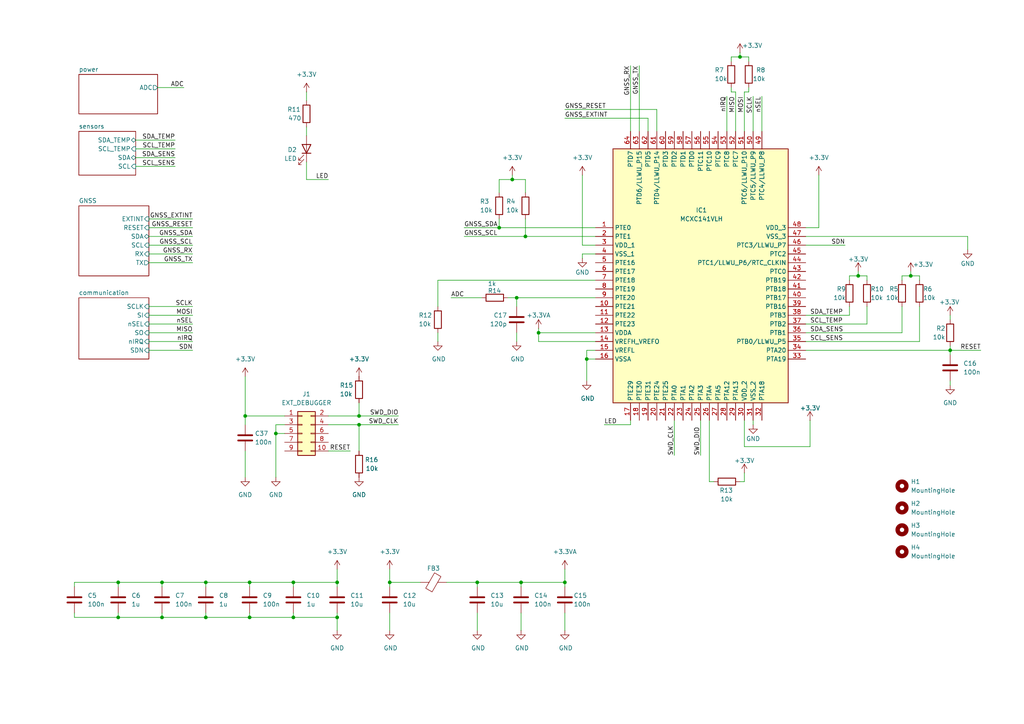
<source format=kicad_sch>
(kicad_sch (version 20231120) (generator "eeschema") (generator_version "8.0")
  (paper "A4")
  (title_block (title "MCU") (date "2025-01-03") (company "Vojtech Piroch"))
  (lib_symbols
    (symbol "Connector_Generic:Conn_02x05_Odd_Even" (pin_names (offset 1.016) hide)
      (property "Reference" "J" (at 1.27 7.62 0))
      (property "Value" "Conn_02x05_Odd_Even" (at 1.27 -7.62 0))
      (symbol "Conn_02x05_Odd_Even_1_1"
        (rectangle (start -1.27 -4.953) (end 0 -5.207) (stroke (width 0.1524)))
        (rectangle (start -1.27 -2.413) (end 0 -2.667) (stroke (width 0.1524)))
        (rectangle (start -1.27 0.127) (end 0 -0.127) (stroke (width 0.1524)))
        (rectangle (start -1.27 2.667) (end 0 2.413) (stroke (width 0.1524)))
        (rectangle (start -1.27 5.207) (end 0 4.953) (stroke (width 0.1524)))
        (rectangle (start -1.27 6.35) (end 3.81 -6.35) (stroke (width 0.254)) (fill (type background)))
        (rectangle (start 3.81 -4.953) (end 2.54 -5.207) (stroke (width 0.1524)))
        (rectangle (start 3.81 -2.413) (end 2.54 -2.667) (stroke (width 0.1524)))
        (rectangle (start 3.81 0.127) (end 2.54 -0.127) (stroke (width 0.1524)))
        (rectangle (start 3.81 2.667) (end 2.54 2.413) (stroke (width 0.1524)))
        (rectangle (start 3.81 5.207) (end 2.54 4.953) (stroke (width 0.1524)))
        (pin passive line (at -5.08 5.08 0) (length 3.81) (name "Pin_1") (number "1"))
        (pin passive line (at 7.62 -5.08 180) (length 3.81) (name "Pin_10") (number "10"))
        (pin passive line (at 7.62 5.08 180) (length 3.81) (name "Pin_2") (number "2"))
        (pin passive line (at -5.08 2.54 0) (length 3.81) (name "Pin_3") (number "3"))
        (pin passive line (at 7.62 2.54 180) (length 3.81) (name "Pin_4") (number "4"))
        (pin passive line (at -5.08 0 0) (length 3.81) (name "Pin_5") (number "5"))
        (pin passive line (at 7.62 0 180) (length 3.81) (name "Pin_6") (number "6"))
        (pin passive line (at -5.08 -2.54 0) (length 3.81) (name "Pin_7") (number "7"))
        (pin passive line (at 7.62 -2.54 180) (length 3.81) (name "Pin_8") (number "8"))
        (pin passive line (at -5.08 -5.08 0) (length 3.81) (name "Pin_9") (number "9"))
      )
    )
    (symbol "Device:C" (pin_numbers hide) (pin_names (offset 0.254))
      (property "Reference" "C" (at 0.635 2.54 0))
      (property "Value" "C" (at 0.635 -2.54 0))
      (symbol "C_0_1"
        (polyline (pts (xy -2.032 -0.762) (xy 2.032 -0.762)) (stroke (width 0.508)))
        (polyline (pts (xy -2.032 0.762) (xy 2.032 0.762)) (stroke (width 0.508)))
      )
      (symbol "C_1_1"
        (pin passive line (at 0 3.81 270) (length 2.794) (name "~") (number "1"))
        (pin passive line (at 0 -3.81 90) (length 2.794) (name "~") (number "2"))
      )
    )
    (symbol "Device:FerriteBead" (pin_numbers hide) (pin_names (offset 0))
      (property "Reference" "FB" (at -3.81 0.635 90))
      (property "Value" "FerriteBead" (at 3.81 0 90))
      (symbol "FerriteBead_0_1"
        (polyline (pts (xy 0 -1.27) (xy 0 -1.2192)))
        (polyline (pts (xy 0 1.27) (xy 0 1.2954)))
        (polyline (pts (xy -2.7686 0.4064) (xy -1.7018 2.2606) (xy 2.7686 -0.3048) (xy 1.6764 -2.159) (xy -2.7686 0.4064)))
      )
      (symbol "FerriteBead_1_1"
        (pin passive line (at 0 3.81 270) (length 2.54) (name "~") (number "1"))
        (pin passive line (at 0 -3.81 90) (length 2.54) (name "~") (number "2"))
      )
    )
    (symbol "Device:LED" (pin_numbers hide) (pin_names (offset 1.016) hide)
      (property "Reference" "D" (at 0 2.54 0))
      (property "Value" "LED" (at 0 -2.54 0))
      (symbol "LED_0_1"
        (polyline (pts (xy -1.27 -1.27) (xy -1.27 1.27)) (stroke (width 0.254)))
        (polyline (pts (xy -1.27 0) (xy 1.27 0)))
        (polyline (pts (xy 1.27 -1.27) (xy 1.27 1.27) (xy -1.27 0) (xy 1.27 -1.27)) (stroke (width 0.254)))
        (polyline (pts (xy -3.048 -0.762) (xy -4.572 -2.286) (xy -3.81 -2.286) (xy -4.572 -2.286) (xy -4.572 -1.524)))
        (polyline (pts (xy -1.778 -0.762) (xy -3.302 -2.286) (xy -2.54 -2.286) (xy -3.302 -2.286) (xy -3.302 -1.524)))
      )
      (symbol "LED_1_1"
        (pin passive line (at -3.81 0 0) (length 2.54) (name "K") (number "1"))
        (pin passive line (at 3.81 0 180) (length 2.54) (name "A") (number "2"))
      )
    )
    (symbol "Device:R" (pin_numbers hide) (pin_names (offset 0))
      (property "Reference" "R" (at 2.032 0 90))
      (property "Value" "R" (at 0 0 90))
      (symbol "R_0_1"
        (rectangle (start -1.016 -2.54) (end 1.016 2.54) (stroke (width 0.254)))
      )
      (symbol "R_1_1"
        (pin passive line (at 0 3.81 270) (length 1.27) (name "~") (number "1"))
        (pin passive line (at 0 -3.81 90) (length 1.27) (name "~") (number "2"))
      )
    )
    (symbol "Library:MCXC141VLH"
      (property "Reference" "IC" (at 57.15 27.94 0))
      (property "Value" "MCXC141VLH" (at 57.15 25.4 0))
      (symbol "MCXC141VLH_1_1"
        (rectangle (start 5.08 22.86) (end 55.88 -50.8) (stroke (width 0.254)) (fill (type background)))
        (pin passive line (at 0 0 0) (length 5.08) (name "PTE0") (number "1"))
        (pin passive line (at 0 -22.86 0) (length 5.08) (name "PTE21") (number "10"))
        (pin passive line (at 0 -25.4 0) (length 5.08) (name "PTE22") (number "11"))
        (pin passive line (at 0 -27.94 0) (length 5.08) (name "PTE23") (number "12"))
        (pin passive line (at 0 -30.48 0) (length 5.08) (name "VDDA") (number "13"))
        (pin passive line (at 0 -33.02 0) (length 5.08) (name "VREFH_VREFO") (number "14"))
        (pin passive line (at 0 -35.56 0) (length 5.08) (name "VREFL") (number "15"))
        (pin passive line (at 0 -38.1 0) (length 5.08) (name "VSSA") (number "16"))
        (pin passive line (at 10.16 -55.88 90) (length 5.08) (name "PTE29") (number "17"))
        (pin passive line (at 12.7 -55.88 90) (length 5.08) (name "PTE30") (number "18"))
        (pin passive line (at 15.24 -55.88 90) (length 5.08) (name "PTE31") (number "19"))
        (pin passive line (at 0 -2.54 0) (length 5.08) (name "PTE1") (number "2"))
        (pin passive line (at 17.78 -55.88 90) (length 5.08) (name "PTE24") (number "20"))
        (pin passive line (at 20.32 -55.88 90) (length 5.08) (name "PTE25") (number "21"))
        (pin passive line (at 22.86 -55.88 90) (length 5.08) (name "PTA0") (number "22"))
        (pin passive line (at 25.4 -55.88 90) (length 5.08) (name "PTA1") (number "23"))
        (pin passive line (at 27.94 -55.88 90) (length 5.08) (name "PTA2") (number "24"))
        (pin passive line (at 30.48 -55.88 90) (length 5.08) (name "PTA3") (number "25"))
        (pin passive line (at 33.02 -55.88 90) (length 5.08) (name "PTA4") (number "26"))
        (pin passive line (at 35.56 -55.88 90) (length 5.08) (name "PTA5") (number "27"))
        (pin passive line (at 38.1 -55.88 90) (length 5.08) (name "PTA12") (number "28"))
        (pin passive line (at 40.64 -55.88 90) (length 5.08) (name "PTA13") (number "29"))
        (pin passive line (at 0 -5.08 0) (length 5.08) (name "VDD_1") (number "3"))
        (pin passive line (at 43.18 -55.88 90) (length 5.08) (name "VDD_2") (number "30"))
        (pin passive line (at 45.72 -55.88 90) (length 5.08) (name "VSS_2") (number "31"))
        (pin passive line (at 48.26 -55.88 90) (length 5.08) (name "PTA18") (number "32"))
        (pin passive line (at 60.96 -38.1 180) (length 5.08) (name "PTA19") (number "33"))
        (pin passive line (at 60.96 -35.56 180) (length 5.08) (name "PTA20") (number "34"))
        (pin passive line (at 60.96 -33.02 180) (length 5.08) (name "PTB0/LLWU_P5") (number "35"))
        (pin passive line (at 60.96 -30.48 180) (length 5.08) (name "PTB1") (number "36"))
        (pin passive line (at 60.96 -27.94 180) (length 5.08) (name "PTB2") (number "37"))
        (pin passive line (at 60.96 -25.4 180) (length 5.08) (name "PTB3") (number "38"))
        (pin passive line (at 60.96 -22.86 180) (length 5.08) (name "PTB16") (number "39"))
        (pin passive line (at 0 -7.62 0) (length 5.08) (name "VSS_1") (number "4"))
        (pin passive line (at 60.96 -20.32 180) (length 5.08) (name "PTB17") (number "40"))
        (pin passive line (at 60.96 -17.78 180) (length 5.08) (name "PTB18") (number "41"))
        (pin passive line (at 60.96 -15.24 180) (length 5.08) (name "PTB19") (number "42"))
        (pin passive line (at 60.96 -12.7 180) (length 5.08) (name "PTC0") (number "43"))
        (pin passive line (at 60.96 -10.16 180) (length 5.08) (name "PTC1/LLWU_P6/RTC_CLKIN") (number "44"))
        (pin passive line (at 60.96 -7.62 180) (length 5.08) (name "PTC2") (number "45"))
        (pin passive line (at 60.96 -5.08 180) (length 5.08) (name "PTC3/LLWU_P7") (number "46"))
        (pin passive line (at 60.96 -2.54 180) (length 5.08) (name "VSS_3") (number "47"))
        (pin passive line (at 60.96 0 180) (length 5.08) (name "VDD_3") (number "48"))
        (pin passive line (at 48.26 27.94 270) (length 5.08) (name "PTC4/LLWU_P8") (number "49"))
        (pin passive line (at 0 -10.16 0) (length 5.08) (name "PTE16") (number "5"))
        (pin passive line (at 45.72 27.94 270) (length 5.08) (name "PTC5/LLWU_P9") (number "50"))
        (pin passive line (at 43.18 27.94 270) (length 5.08) (name "PTC6/LLWU_P10") (number "51"))
        (pin passive line (at 40.64 27.94 270) (length 5.08) (name "PTC7") (number "52"))
        (pin passive line (at 38.1 27.94 270) (length 5.08) (name "PTC8") (number "53"))
        (pin passive line (at 35.56 27.94 270) (length 5.08) (name "PTC9") (number "54"))
        (pin passive line (at 33.02 27.94 270) (length 5.08) (name "PTC10") (number "55"))
        (pin passive line (at 30.48 27.94 270) (length 5.08) (name "PTC11") (number "56"))
        (pin passive line (at 27.94 27.94 270) (length 5.08) (name "PTD0") (number "57"))
        (pin passive line (at 25.4 27.94 270) (length 5.08) (name "PTD1") (number "58"))
        (pin passive line (at 22.86 27.94 270) (length 5.08) (name "PTD2") (number "59"))
        (pin passive line (at 0 -12.7 0) (length 5.08) (name "PTE17") (number "6"))
        (pin passive line (at 20.32 27.94 270) (length 5.08) (name "PTD3") (number "60"))
        (pin passive line (at 17.78 27.94 270) (length 5.08) (name "PTD4/LLWU_P14") (number "61"))
        (pin passive line (at 15.24 27.94 270) (length 5.08) (name "PTD5") (number "62"))
        (pin passive line (at 12.7 27.94 270) (length 5.08) (name "PTD6/LLWU_P15") (number "63"))
        (pin passive line (at 10.16 27.94 270) (length 5.08) (name "PTD7") (number "64"))
        (pin passive line (at 0 -15.24 0) (length 5.08) (name "PTE18") (number "7"))
        (pin passive line (at 0 -17.78 0) (length 5.08) (name "PTE19") (number "8"))
        (pin passive line (at 0 -20.32 0) (length 5.08) (name "PTE20") (number "9"))
      )
    )
    (symbol "Mechanical:MountingHole" (pin_names (offset 1.016)) (exclude_from_sim yes) (in_bom no)
      (property "Reference" "H" (at 0 5.08 0))
      (property "Value" "MountingHole" (at 0 3.175 0))
      (symbol "MountingHole_0_1"
        (circle (center 0 0) (radius 1.27) (stroke (width 1.27)))
      )
    )
    (symbol "power:+3.3V" (power) (pin_numbers hide) (pin_names (offset 0) hide)
      (property "Value" "+3.3V" (at 0 3.556 0))
      (symbol "+3.3V_0_1"
        (polyline (pts (xy -0.762 1.27) (xy 0 2.54)))
        (polyline (pts (xy 0 0) (xy 0 2.54)))
        (polyline (pts (xy 0 2.54) (xy 0.762 1.27)))
      )
      (symbol "+3.3V_1_1"
        (pin power_in line (at 0 0 90) (length 0) (name "~") (number "1"))
      )
    )
    (symbol "power:+3.3VA" (power) (pin_numbers hide) (pin_names (offset 0) hide)
      (property "Value" "+3.3VA" (at 0 3.556 0))
      (symbol "+3.3VA_0_1"
        (polyline (pts (xy -0.762 1.27) (xy 0 2.54)))
        (polyline (pts (xy 0 0) (xy 0 2.54)))
        (polyline (pts (xy 0 2.54) (xy 0.762 1.27)))
      )
      (symbol "+3.3VA_1_1"
        (pin power_in line (at 0 0 90) (length 0) (name "~") (number "1"))
      )
    )
    (symbol "power:GND" (power) (pin_numbers hide) (pin_names (offset 0) hide)
      (property "Value" "GND" (at 0 -3.81 0))
      (symbol "GND_0_1"
        (polyline (pts (xy 0 0) (xy 0 -1.27) (xy 1.27 -1.27) (xy 0 -2.54) (xy -1.27 -1.27) (xy 0 -1.27)))
      )
      (symbol "GND_1_1"
        (pin power_in line (at 0 0 270) (length 0) (name "~") (number "1"))
      )
    )
  )
  (junction (at 144.78 66.04))
  (junction (at 85.09 168.91))
  (junction (at 72.39 179.07))
  (junction (at 46.99 179.07))
  (junction (at 113.03 168.91))
  (junction (at 214.63 16.51))
  (junction (at 152.4 68.58))
  (junction (at 156.21 96.52))
  (junction (at 34.29 179.07))
  (junction (at 151.13 168.91))
  (junction (at 248.92 80.01))
  (junction (at 104.14 123.19))
  (junction (at 97.79 168.91))
  (junction (at 163.83 168.91))
  (junction (at 148.59 52.07))
  (junction (at 170.18 104.14))
  (junction (at 59.69 168.91))
  (junction (at 71.12 120.65))
  (junction (at 59.69 179.07))
  (junction (at 85.09 179.07))
  (junction (at 34.29 168.91))
  (junction (at 97.79 179.07))
  (junction (at 149.86 86.36))
  (junction (at 264.16 80.01))
  (junction (at 104.14 120.65))
  (junction (at 275.59 101.6))
  (junction (at 138.43 168.91))
  (junction (at 80.01 125.73))
  (junction (at 46.99 168.91))
  (junction (at 72.39 168.91))
  (wire (pts (xy 129.54 168.91) (xy 138.43 168.91)))
  (wire (pts (xy 21.59 179.07) (xy 34.29 179.07)))
  (wire (pts (xy 275.59 101.6) (xy 275.59 102.87)))
  (wire (pts (xy 71.12 130.81) (xy 71.12 138.43)))
  (wire (pts (xy 275.59 91.44) (xy 275.59 92.71)))
  (wire (pts (xy 72.39 179.07) (xy 59.69 179.07)))
  (wire (pts (xy 151.13 170.18) (xy 151.13 168.91)))
  (wire (pts (xy 85.09 168.91) (xy 72.39 168.91)))
  (wire (pts (xy 213.36 26.67) (xy 213.36 38.1)))
  (wire (pts (xy 190.5 31.75) (xy 190.5 38.1)))
  (wire (pts (xy 205.74 139.7) (xy 205.74 121.92)))
  (wire (pts (xy 233.68 68.58) (xy 280.67 68.58)))
  (wire (pts (xy 170.18 104.14) (xy 172.72 104.14)))
  (wire (pts (xy 246.38 91.44) (xy 233.68 91.44)))
  (wire (pts (xy 212.09 25.4) (xy 212.09 26.67)))
  (wire (pts (xy 156.21 95.25) (xy 156.21 96.52)))
  (wire (pts (xy 134.62 66.04) (xy 144.78 66.04)))
  (wire (pts (xy 34.29 168.91) (xy 21.59 168.91)))
  (wire (pts (xy 212.09 26.67) (xy 213.36 26.67)))
  (wire (pts (xy 261.62 88.9) (xy 261.62 96.52)))
  (wire (pts (xy 127 96.52) (xy 127 99.06)))
  (wire (pts (xy 95.25 120.65) (xy 104.14 120.65)))
  (wire (pts (xy 85.09 179.07) (xy 97.79 179.07)))
  (wire (pts (xy 72.39 168.91) (xy 72.39 170.18)))
  (wire (pts (xy 148.59 50.8) (xy 148.59 52.07)))
  (wire (pts (xy 212.09 16.51) (xy 212.09 17.78)))
  (wire (pts (xy 170.18 101.6) (xy 170.18 104.14)))
  (wire (pts (xy 144.78 52.07) (xy 148.59 52.07)))
  (wire (pts (xy 215.9 137.16) (xy 215.9 139.7)))
  (wire (pts (xy 151.13 177.8) (xy 151.13 182.88)))
  (wire (pts (xy 46.99 168.91) (xy 46.99 170.18)))
  (wire (pts (xy 264.16 78.74) (xy 264.16 80.01)))
  (wire (pts (xy 113.03 170.18) (xy 113.03 168.91)))
  (wire (pts (xy 152.4 52.07) (xy 148.59 52.07)))
  (wire (pts (xy 80.01 125.73) (xy 80.01 138.43)))
  (wire (pts (xy 168.91 71.12) (xy 172.72 71.12)))
  (wire (pts (xy 163.83 165.1) (xy 163.83 168.91)))
  (wire (pts (xy 43.18 66.04) (xy 55.88 66.04)))
  (wire (pts (xy 218.44 121.92) (xy 218.44 123.19)))
  (wire (pts (xy 71.12 120.65) (xy 82.55 120.65)))
  (wire (pts (xy 34.29 168.91) (xy 34.29 170.18)))
  (wire (pts (xy 43.18 99.06) (xy 55.88 99.06)))
  (wire (pts (xy 172.72 73.66) (xy 168.91 73.66)))
  (wire (pts (xy 104.14 123.19) (xy 115.57 123.19)))
  (wire (pts (xy 134.62 68.58) (xy 152.4 68.58)))
  (wire (pts (xy 34.29 177.8) (xy 34.29 179.07)))
  (wire (pts (xy 113.03 165.1) (xy 113.03 168.91)))
  (wire (pts (xy 172.72 101.6) (xy 170.18 101.6)))
  (wire (pts (xy 214.63 16.51) (xy 217.17 16.51)))
  (wire (pts (xy 39.37 40.64) (xy 50.8 40.64)))
  (wire (pts (xy 88.9 36.83) (xy 88.9 39.37)))
  (wire (pts (xy 88.9 26.67) (xy 88.9 29.21)))
  (wire (pts (xy 251.46 93.98) (xy 233.68 93.98)))
  (wire (pts (xy 104.14 123.19) (xy 104.14 130.81)))
  (wire (pts (xy 43.18 73.66) (xy 55.88 73.66)))
  (wire (pts (xy 59.69 168.91) (xy 59.69 170.18)))
  (wire (pts (xy 149.86 86.36) (xy 149.86 88.9)))
  (wire (pts (xy 195.58 121.92) (xy 195.58 132.08)))
  (wire (pts (xy 149.86 96.52) (xy 149.86 99.06)))
  (wire (pts (xy 80.01 123.19) (xy 80.01 125.73)))
  (wire (pts (xy 43.18 93.98) (xy 55.88 93.98)))
  (wire (pts (xy 34.29 168.91) (xy 46.99 168.91)))
  (wire (pts (xy 156.21 96.52) (xy 172.72 96.52)))
  (wire (pts (xy 97.79 170.18) (xy 97.79 168.91)))
  (wire (pts (xy 43.18 101.6) (xy 55.88 101.6)))
  (wire (pts (xy 104.14 120.65) (xy 115.57 120.65)))
  (wire (pts (xy 251.46 88.9) (xy 251.46 93.98)))
  (wire (pts (xy 233.68 99.06) (xy 266.7 99.06)))
  (wire (pts (xy 97.79 177.8) (xy 97.79 179.07)))
  (wire (pts (xy 248.92 80.01) (xy 251.46 80.01)))
  (wire (pts (xy 248.92 78.74) (xy 248.92 80.01)))
  (wire (pts (xy 163.83 168.91) (xy 151.13 168.91)))
  (wire (pts (xy 88.9 46.99) (xy 88.9 52.07)))
  (wire (pts (xy 72.39 168.91) (xy 59.69 168.91)))
  (wire (pts (xy 261.62 80.01) (xy 264.16 80.01)))
  (wire (pts (xy 156.21 99.06) (xy 172.72 99.06)))
  (wire (pts (xy 82.55 123.19) (xy 80.01 123.19)))
  (wire (pts (xy 185.42 19.05) (xy 185.42 38.1)))
  (wire (pts (xy 85.09 168.91) (xy 85.09 170.18)))
  (wire (pts (xy 43.18 71.12) (xy 55.88 71.12)))
  (wire (pts (xy 95.25 123.19) (xy 104.14 123.19)))
  (wire (pts (xy 246.38 80.01) (xy 246.38 81.28)))
  (wire (pts (xy 43.18 68.58) (xy 55.88 68.58)))
  (wire (pts (xy 127 81.28) (xy 127 88.9)))
  (wire (pts (xy 246.38 88.9) (xy 246.38 91.44)))
  (wire (pts (xy 237.49 66.04) (xy 233.68 66.04)))
  (wire (pts (xy 43.18 88.9) (xy 55.88 88.9)))
  (wire (pts (xy 39.37 48.26) (xy 50.8 48.26)))
  (wire (pts (xy 246.38 80.01) (xy 248.92 80.01)))
  (wire (pts (xy 237.49 50.8) (xy 237.49 66.04)))
  (wire (pts (xy 172.72 81.28) (xy 127 81.28)))
  (wire (pts (xy 59.69 177.8) (xy 59.69 179.07)))
  (wire (pts (xy 72.39 177.8) (xy 72.39 179.07)))
  (wire (pts (xy 71.12 120.65) (xy 71.12 123.19)))
  (wire (pts (xy 261.62 81.28) (xy 261.62 80.01)))
  (wire (pts (xy 97.79 179.07) (xy 97.79 182.88)))
  (wire (pts (xy 220.98 27.94) (xy 220.98 38.1)))
  (wire (pts (xy 152.4 68.58) (xy 172.72 68.58)))
  (wire (pts (xy 266.7 81.28) (xy 266.7 80.01)))
  (wire (pts (xy 215.9 129.54) (xy 234.95 129.54)))
  (wire (pts (xy 95.25 130.81) (xy 101.6 130.81)))
  (wire (pts (xy 39.37 43.18) (xy 50.8 43.18)))
  (wire (pts (xy 97.79 168.91) (xy 85.09 168.91)))
  (wire (pts (xy 21.59 177.8) (xy 21.59 179.07)))
  (wire (pts (xy 97.79 165.1) (xy 97.79 168.91)))
  (wire (pts (xy 59.69 179.07) (xy 46.99 179.07)))
  (wire (pts (xy 217.17 26.67) (xy 215.9 26.67)))
  (wire (pts (xy 163.83 31.75) (xy 190.5 31.75)))
  (wire (pts (xy 72.39 179.07) (xy 85.09 179.07)))
  (wire (pts (xy 275.59 110.49) (xy 275.59 111.76)))
  (wire (pts (xy 43.18 91.44) (xy 55.88 91.44)))
  (wire (pts (xy 182.88 19.05) (xy 182.88 38.1)))
  (wire (pts (xy 275.59 100.33) (xy 275.59 101.6)))
  (wire (pts (xy 203.2 121.92) (xy 203.2 132.08)))
  (wire (pts (xy 280.67 68.58) (xy 280.67 72.39)))
  (wire (pts (xy 46.99 177.8) (xy 46.99 179.07)))
  (wire (pts (xy 182.88 121.92) (xy 182.88 123.19)))
  (wire (pts (xy 215.9 26.67) (xy 215.9 38.1)))
  (wire (pts (xy 113.03 168.91) (xy 121.92 168.91)))
  (wire (pts (xy 175.26 123.19) (xy 182.88 123.19)))
  (wire (pts (xy 138.43 177.8) (xy 138.43 182.88)))
  (wire (pts (xy 138.43 168.91) (xy 138.43 170.18)))
  (wire (pts (xy 207.01 139.7) (xy 205.74 139.7)))
  (wire (pts (xy 39.37 45.72) (xy 50.8 45.72)))
  (wire (pts (xy 152.4 55.88) (xy 152.4 52.07)))
  (wire (pts (xy 251.46 81.28) (xy 251.46 80.01)))
  (wire (pts (xy 215.9 139.7) (xy 214.63 139.7)))
  (wire (pts (xy 104.14 116.84) (xy 104.14 120.65)))
  (wire (pts (xy 266.7 99.06) (xy 266.7 88.9)))
  (wire (pts (xy 130.81 86.36) (xy 139.7 86.36)))
  (wire (pts (xy 85.09 179.07) (xy 85.09 177.8)))
  (wire (pts (xy 163.83 177.8) (xy 163.83 182.88)))
  (wire (pts (xy 264.16 80.01) (xy 266.7 80.01)))
  (wire (pts (xy 59.69 168.91) (xy 46.99 168.91)))
  (wire (pts (xy 275.59 101.6) (xy 284.48 101.6)))
  (wire (pts (xy 21.59 170.18) (xy 21.59 168.91)))
  (wire (pts (xy 212.09 16.51) (xy 214.63 16.51)))
  (wire (pts (xy 45.72 25.4) (xy 53.34 25.4)))
  (wire (pts (xy 218.44 27.94) (xy 218.44 38.1)))
  (wire (pts (xy 43.18 76.2) (xy 55.88 76.2)))
  (wire (pts (xy 88.9 52.07) (xy 95.25 52.07)))
  (wire (pts (xy 261.62 96.52) (xy 233.68 96.52)))
  (wire (pts (xy 147.32 86.36) (xy 149.86 86.36)))
  (wire (pts (xy 43.18 63.5) (xy 55.88 63.5)))
  (wire (pts (xy 233.68 101.6) (xy 275.59 101.6)))
  (wire (pts (xy 113.03 177.8) (xy 113.03 182.88)))
  (wire (pts (xy 210.82 27.94) (xy 210.82 38.1)))
  (wire (pts (xy 144.78 63.5) (xy 144.78 66.04)))
  (wire (pts (xy 234.95 121.92) (xy 234.95 129.54)))
  (wire (pts (xy 217.17 17.78) (xy 217.17 16.51)))
  (wire (pts (xy 149.86 86.36) (xy 172.72 86.36)))
  (wire (pts (xy 214.63 15.24) (xy 214.63 16.51)))
  (wire (pts (xy 163.83 34.29) (xy 187.96 34.29)))
  (wire (pts (xy 82.55 125.73) (xy 80.01 125.73)))
  (wire (pts (xy 46.99 179.07) (xy 34.29 179.07)))
  (wire (pts (xy 71.12 109.22) (xy 71.12 120.65)))
  (wire (pts (xy 144.78 66.04) (xy 172.72 66.04)))
  (wire (pts (xy 215.9 121.92) (xy 215.9 129.54)))
  (wire (pts (xy 138.43 168.91) (xy 151.13 168.91)))
  (wire (pts (xy 152.4 63.5) (xy 152.4 68.58)))
  (wire (pts (xy 168.91 73.66) (xy 168.91 74.93)))
  (wire (pts (xy 170.18 104.14) (xy 170.18 110.49)))
  (wire (pts (xy 43.18 96.52) (xy 55.88 96.52)))
  (wire (pts (xy 163.83 170.18) (xy 163.83 168.91)))
  (wire (pts (xy 156.21 99.06) (xy 156.21 96.52)))
  (wire (pts (xy 217.17 25.4) (xy 217.17 26.67)))
  (wire (pts (xy 245.11 71.12) (xy 233.68 71.12)))
  (wire (pts (xy 168.91 50.8) (xy 168.91 71.12)))
  (wire (pts (xy 144.78 55.88) (xy 144.78 52.07)))
  (wire (pts (xy 187.96 34.29) (xy 187.96 38.1)))
  (label "nIRQ" (at 210.82 27.94 270))
  (label "SWD_DIO" (at 203.2 132.08 90))
  (label "MOSI" (at 55.88 91.44 180))
  (label "ADC" (at 130.81 86.36 0))
  (label "GNSS_EXTINT" (at 163.83 34.29 0))
  (label "SCLK" (at 55.88 88.9 180))
  (label "nSEL" (at 55.88 93.98 180))
  (label "SDN" (at 245.11 71.12 180))
  (label "nIRQ" (at 55.88 99.06 180))
  (label "LED" (at 95.25 52.07 180))
  (label "MISO" (at 55.88 96.52 180))
  (label "SCL_TEMP" (at 50.8 43.18 180))
  (label "MOSI" (at 215.9 27.94 270))
  (label "GNSS_SDA" (at 134.62 66.04 0))
  (label "GNSS_RESET" (at 163.83 31.75 0))
  (label "SDA_SENS" (at 234.95 96.52 0))
  (label "GNSS_SCL" (at 134.62 68.58 0))
  (label "SWD_CLK" (at 115.57 123.19 180))
  (label "nSEL" (at 220.98 27.94 270))
  (label "SDA_TEMP" (at 234.95 91.44 0))
  (label "GNSS_TX" (at 55.88 76.2 180))
  (label "SCL_SENS" (at 50.8 48.26 180))
  (label "LED" (at 175.26 123.19 0))
  (label "ADC" (at 53.34 25.4 180))
  (label "SWD_CLK" (at 195.58 132.08 90))
  (label "SWD_DIO" (at 115.57 120.65 180))
  (label "RESET" (at 284.48 101.6 180))
  (label "SDN" (at 55.88 101.6 180))
  (label "GNSS_SCL" (at 55.88 71.12 180))
  (label "MISO" (at 213.36 27.94 270))
  (label "SDA_TEMP" (at 50.8 40.64 180))
  (label "SDA_SENS" (at 50.8 45.72 180))
  (label "GNSS_TX" (at 185.42 19.05 270))
  (label "SCL_TEMP" (at 234.95 93.98 0))
  (label "RESET" (at 101.6 130.81 180))
  (label "GNSS_SDA" (at 55.88 68.58 180))
  (label "GNSS_RX" (at 55.88 73.66 180))
  (label "SCLK" (at 218.44 27.94 270))
  (label "GNSS_RX" (at 182.88 19.05 270))
  (label "GNSS_RESET" (at 55.88 66.04 180))
  (label "GNSS_EXTINT" (at 55.88 63.5 180))
  (label "SCL_SENS" (at 234.95 99.06 0))
  (symbol (lib_id "Device:C") (at 149.86 92.71 0) (mirror y) (unit 1)
    (property "Reference" "C17" (at 147.066 91.44 0) (effects (justify left)))
    (property "Value" "120p" (at 147.066 93.98 0) (effects (justify left)))
    (property "Footprint" "Capacitor_SMD:C_0603_1608Metric_Pad1.08x0.95mm_HandSolder" (effects (hide yes)))
    (property "Description" "Unpolarized capacitor" (effects (hide yes)))
  )
  (symbol (lib_id "power:GND") (at 149.86 99.06 0) (unit 1)
    (property "Reference" "#PWR032" (effects (hide yes)))
    (property "Value" "GND" (at 150.114 104.14 0))
    (property "Description" "Power symbol creates a global label with name \"GND\" , ground" (effects (hide yes)))
  )
  (symbol (lib_id "Device:R") (at 127 92.71 0) (mirror y) (unit 1)
    (property "Reference" "R12" (at 121.412 91.44 0) (effects (justify right)))
    (property "Value" "10k" (at 121.412 93.98 0) (effects (justify right)))
    (property "Footprint" "Resistor_SMD:R_0603_1608Metric_Pad0.98x0.95mm_HandSolder" (effects (hide yes)))
    (property "Description" "Resistor" (effects (hide yes)))
  )
  (symbol (lib_id "power:GND") (at 218.44 123.19 0) (unit 1)
    (property "Reference" "#PWR088" (effects (hide yes)))
    (property "Value" "GND" (at 218.44 127.254 0))
    (property "Description" "Power symbol creates a global label with name \"GND\" , ground" (effects (hide yes)))
  )
  (symbol (lib_id "power:GND") (at 170.18 110.49 0) (unit 1)
    (property "Reference" "#PWR092" (effects (hide yes)))
    (property "Value" "GND" (at 170.434 115.57 0))
    (property "Description" "Power symbol creates a global label with name \"GND\" , ground" (effects (hide yes)))
  )
  (symbol (lib_id "Device:R") (at 104.14 113.03 0) (mirror y) (unit 1)
    (property "Reference" "R15" (at 98.552 111.76 0) (effects (justify right)))
    (property "Value" "10k" (at 98.552 114.3 0) (effects (justify right)))
    (property "Footprint" "Resistor_SMD:R_0603_1608Metric_Pad0.98x0.95mm_HandSolder" (effects (hide yes)))
    (property "Description" "Resistor" (effects (hide yes)))
  )
  (symbol (lib_id "Device:LED") (at 88.9 43.18 270) (mirror x) (unit 1)
    (property "Reference" "D2" (at 86.106 43.434 90) (effects (justify right)))
    (property "Value" "LED" (at 86.106 45.974 90) (effects (justify right)))
    (property "Footprint" "LED_SMD:LED_0603_1608Metric_Pad1.05x0.95mm_HandSolder" (effects (hide yes)))
    (property "Description" "Light emitting diode" (effects (hide yes)))
  )
  (symbol (lib_id "power:GND") (at 71.12 138.43 0) (unit 1)
    (property "Reference" "#PWR082" (effects (hide yes)))
    (property "Value" "GND" (at 71.12 143.51 0))
    (property "Description" "Power symbol creates a global label with name \"GND\" , ground" (effects (hide yes)))
  )
  (symbol (lib_id "power:+3.3V") (at 237.49 50.8 0) (unit 1)
    (property "Reference" "#PWR086" (effects (hide yes)))
    (property "Value" "+3.3V" (at 237.49 45.72 0))
    (property "Description" "Power symbol creates a global label with name \"+3.3V\"" (effects (hide yes)))
  )
  (symbol (lib_id "Device:C") (at 275.59 106.68 0) (unit 1)
    (property "Reference" "C16" (at 279.4 105.4099 0) (effects (justify left)))
    (property "Value" "100n" (at 279.4 107.9499 0) (effects (justify left)))
    (property "Footprint" "Capacitor_SMD:C_0603_1608Metric_Pad1.08x0.95mm_HandSolder" (effects (hide yes)))
    (property "Description" "Unpolarized capacitor" (effects (hide yes)))
  )
  (symbol (lib_id "power:GND") (at 168.91 74.93 0) (unit 1)
    (property "Reference" "#PWR089" (effects (hide yes)))
    (property "Value" "GND" (at 168.91 78.994 0))
    (property "Description" "Power symbol creates a global label with name \"GND\" , ground" (effects (hide yes)))
  )
  (symbol (lib_id "Device:C") (at 59.69 173.99 0) (unit 1)
    (property "Reference" "C8" (at 63.5 172.7199 0) (effects (justify left)))
    (property "Value" "1u" (at 63.5 175.2599 0) (effects (justify left)))
    (property "Footprint" "Capacitor_SMD:C_0603_1608Metric_Pad1.08x0.95mm_HandSolder" (effects (hide yes)))
    (property "Description" "Unpolarized capacitor" (effects (hide yes)))
  )
  (symbol (lib_id "Device:R") (at 88.9 33.02 0) (mirror y) (unit 1)
    (property "Reference" "R11" (at 83.312 31.75 0) (effects (justify right)))
    (property "Value" "470" (at 83.566 34.29 0) (effects (justify right)))
    (property "Footprint" "Resistor_SMD:R_0603_1608Metric_Pad0.98x0.95mm_HandSolder" (effects (hide yes)))
    (property "Description" "Resistor" (effects (hide yes)))
  )
  (symbol (lib_id "power:GND") (at 280.67 72.39 0) (unit 1)
    (property "Reference" "#PWR090" (effects (hide yes)))
    (property "Value" "GND" (at 280.67 76.454 0))
    (property "Description" "Power symbol creates a global label with name \"GND\" , ground" (effects (hide yes)))
  )
  (symbol (lib_id "power:+3.3V") (at 148.59 50.8 0) (unit 1)
    (property "Reference" "#PWR021" (effects (hide yes)))
    (property "Value" "+3.3V" (at 148.59 45.72 0))
    (property "Description" "Power symbol creates a global label with name \"+3.3V\"" (effects (hide yes)))
  )
  (symbol (lib_id "Device:R") (at 152.4 59.69 0) (mirror y) (unit 1)
    (property "Reference" "R4" (at 146.812 58.42 0) (effects (justify right)))
    (property "Value" "10k" (at 146.812 60.96 0) (effects (justify right)))
    (property "Footprint" "Resistor_SMD:R_0603_1608Metric_Pad0.98x0.95mm_HandSolder" (effects (hide yes)))
    (property "Description" "Resistor" (effects (hide yes)))
  )
  (symbol (lib_id "Device:C") (at 163.83 173.99 0) (unit 1)
    (property "Reference" "C15" (at 166.37 172.72 0) (effects (justify left)))
    (property "Value" "100n" (at 166.37 175.26 0) (effects (justify left)))
    (property "Footprint" "Capacitor_SMD:C_0603_1608Metric_Pad1.08x0.95mm_HandSolder" (effects (hide yes)))
    (property "Description" "Unpolarized capacitor" (effects (hide yes)))
  )
  (symbol (lib_id "Device:C") (at 71.12 127 0) (unit 1)
    (property "Reference" "C37" (at 73.914 125.73 0) (effects (justify left)))
    (property "Value" "100n" (at 73.914 128.27 0) (effects (justify left)))
    (property "Footprint" "Capacitor_SMD:C_0603_1608Metric_Pad1.08x0.95mm_HandSolder" (effects (hide yes)))
    (property "Description" "Unpolarized capacitor" (effects (hide yes)))
  )
  (symbol (lib_id "power:+3.3V") (at 264.16 78.74 0) (unit 1)
    (property "Reference" "#PWR058" (effects (hide yes)))
    (property "Value" "+3.3V" (at 267.716 76.708 0))
    (property "Description" "Power symbol creates a global label with name \"+3.3V\"" (effects (hide yes)))
  )
  (symbol (lib_id "power:GND") (at 275.59 111.76 0) (unit 1)
    (property "Reference" "#PWR063" (effects (hide yes)))
    (property "Value" "GND" (at 275.59 116.84 0))
    (property "Description" "Power symbol creates a global label with name \"GND\" , ground" (effects (hide yes)))
  )
  (symbol (lib_id "Device:C") (at 138.43 173.99 0) (unit 1)
    (property "Reference" "C13" (at 142.24 172.7199 0) (effects (justify left)))
    (property "Value" "10u" (at 142.24 175.2599 0) (effects (justify left)))
    (property "Footprint" "Capacitor_SMD:C_0603_1608Metric_Pad1.08x0.95mm_HandSolder" (effects (hide yes)))
    (property "Description" "Unpolarized capacitor" (effects (hide yes)))
  )
  (symbol (lib_id "power:GND") (at 151.13 182.88 0) (unit 1)
    (property "Reference" "#PWR030" (effects (hide yes)))
    (property "Value" "GND" (at 151.384 187.96 0))
    (property "Description" "Power symbol creates a global label with name \"GND\" , ground" (effects (hide yes)))
  )
  (symbol (lib_id "Mechanical:MountingHole") (at 261.62 140.97 0) (unit 1) (exclude_from_sim yes) (in_bom no)
    (property "Reference" "H1" (at 264.16 139.6999 0) (effects (justify left)))
    (property "Value" "MountingHole" (at 264.16 142.2399 0) (effects (justify left)))
    (property "Footprint" "MountingHole:MountingHole_2.1mm" (effects (hide yes)))
    (property "Description" "Mounting Hole without connection" (effects (hide yes)))
  )
  (symbol (lib_id "Device:C") (at 97.79 173.99 0) (unit 1)
    (property "Reference" "C11" (at 101.6 172.7199 0) (effects (justify left)))
    (property "Value" "10u" (at 101.6 175.2599 0) (effects (justify left)))
    (property "Footprint" "Capacitor_SMD:C_0603_1608Metric_Pad1.08x0.95mm_HandSolder" (effects (hide yes)))
    (property "Description" "Unpolarized capacitor" (effects (hide yes)))
  )
  (symbol (lib_id "Device:C") (at 72.39 173.99 0) (unit 1)
    (property "Reference" "C9" (at 76.2 172.7199 0) (effects (justify left)))
    (property "Value" "100n" (at 76.2 175.2599 0) (effects (justify left)))
    (property "Footprint" "Capacitor_SMD:C_0603_1608Metric_Pad1.08x0.95mm_HandSolder" (effects (hide yes)))
    (property "Description" "Unpolarized capacitor" (effects (hide yes)))
  )
  (symbol (lib_id "power:+3.3V") (at 234.95 121.92 0) (unit 1)
    (property "Reference" "#PWR087" (effects (hide yes)))
    (property "Value" "+3.3V" (at 234.95 118.364 0))
    (property "Description" "Power symbol creates a global label with name \"+3.3V\"" (effects (hide yes)))
  )
  (symbol (lib_id "Device:R") (at 143.51 86.36 90) (mirror x) (unit 1)
    (property "Reference" "R14" (at 141.478 84.328 90) (effects (justify right)))
    (property "Value" "1k" (at 141.478 82.296 90) (effects (justify right)))
    (property "Footprint" "Resistor_SMD:R_0603_1608Metric_Pad0.98x0.95mm_HandSolder" (effects (hide yes)))
    (property "Description" "Resistor" (effects (hide yes)))
  )
  (symbol (lib_id "Device:C") (at 21.59 173.99 0) (unit 1)
    (property "Reference" "C5" (at 25.4 172.7199 0) (effects (justify left)))
    (property "Value" "100n" (at 25.4 175.2599 0) (effects (justify left)))
    (property "Footprint" "Capacitor_SMD:C_0603_1608Metric_Pad1.08x0.95mm_HandSolder" (effects (hide yes)))
    (property "Description" "Unpolarized capacitor" (effects (hide yes)))
  )
  (symbol (lib_id "power:GND") (at 163.83 182.88 0) (unit 1)
    (property "Reference" "#PWR031" (effects (hide yes)))
    (property "Value" "GND" (at 164.084 187.96 0))
    (property "Description" "Power symbol creates a global label with name \"GND\" , ground" (effects (hide yes)))
  )
  (symbol (lib_id "Mechanical:MountingHole") (at 261.62 160.02 0) (unit 1) (exclude_from_sim yes) (in_bom no)
    (property "Reference" "H4" (at 264.16 158.7499 0) (effects (justify left)))
    (property "Value" "MountingHole" (at 264.16 161.2899 0) (effects (justify left)))
    (property "Footprint" "MountingHole:MountingHole_2.1mm" (effects (hide yes)))
    (property "Description" "Mounting Hole without connection" (effects (hide yes)))
  )
  (symbol (lib_id "Connector_Generic:Conn_02x05_Odd_Even") (at 87.63 125.73 0) (unit 1)
    (property "Reference" "J1" (at 88.9 114.3 0))
    (property "Value" "EXT_DEBUGGER" (at 88.9 116.84 0))
    (property "Footprint" "Connector_PinHeader_1.27mm:PinHeader_2x05_P1.27mm_Vertical" (effects (hide yes)))
    (property "Description" "Generic connector, double row, 02x05, odd/even pin numbering scheme (row 1 odd numbers, row 2 even numbers), script generated (kicad-library-utils/schlib/autogen/connector/)" (effects (hide yes)))
  )
  (symbol (lib_id "Device:C") (at 85.09 173.99 0) (unit 1)
    (property "Reference" "C10" (at 88.9 172.7199 0) (effects (justify left)))
    (property "Value" "1u" (at 88.9 175.2599 0) (effects (justify left)))
    (property "Footprint" "Capacitor_SMD:C_0603_1608Metric_Pad1.08x0.95mm_HandSolder" (effects (hide yes)))
    (property "Description" "Unpolarized capacitor" (effects (hide yes)))
  )
  (symbol (lib_id "power:GND") (at 97.79 182.88 0) (unit 1)
    (property "Reference" "#PWR024" (effects (hide yes)))
    (property "Value" "GND" (at 97.79 187.96 0))
    (property "Description" "Power symbol creates a global label with name \"GND\" , ground" (effects (hide yes)))
  )
  (symbol (lib_id "Device:R") (at 266.7 85.09 180) (unit 1)
    (property "Reference" "R6" (at 267.716 83.82 0) (effects (justify right)))
    (property "Value" "10k" (at 267.716 86.36 0) (effects (justify right)))
    (property "Footprint" "Resistor_SMD:R_0603_1608Metric_Pad0.98x0.95mm_HandSolder" (effects (hide yes)))
    (property "Description" "Resistor" (effects (hide yes)))
  )
  (symbol (lib_id "power:+3.3V") (at 215.9 137.16 0) (unit 1)
    (property "Reference" "#PWR085" (effects (hide yes)))
    (property "Value" "+3.3V" (at 215.9 133.604 0))
    (property "Description" "Power symbol creates a global label with name \"+3.3V\"" (effects (hide yes)))
  )
  (symbol (lib_id "Device:R") (at 246.38 85.09 0) (mirror x) (unit 1)
    (property "Reference" "R9" (at 245.364 83.82 0) (effects (justify right)))
    (property "Value" "10k" (at 245.364 86.36 0) (effects (justify right)))
    (property "Footprint" "Resistor_SMD:R_0603_1608Metric_Pad0.98x0.95mm_HandSolder" (effects (hide yes)))
    (property "Description" "Resistor" (effects (hide yes)))
  )
  (symbol (lib_id "Mechanical:MountingHole") (at 261.62 147.32 0) (unit 1) (exclude_from_sim yes) (in_bom no)
    (property "Reference" "H2" (at 264.16 146.0499 0) (effects (justify left)))
    (property "Value" "MountingHole" (at 264.16 148.5899 0) (effects (justify left)))
    (property "Footprint" "MountingHole:MountingHole_2.1mm" (effects (hide yes)))
    (property "Description" "Mounting Hole without connection" (effects (hide yes)))
  )
  (symbol (lib_id "Device:C") (at 151.13 173.99 0) (unit 1)
    (property "Reference" "C14" (at 154.94 172.7199 0) (effects (justify left)))
    (property "Value" "100n" (at 154.94 175.2599 0) (effects (justify left)))
    (property "Footprint" "Capacitor_SMD:C_0603_1608Metric_Pad1.08x0.95mm_HandSolder" (effects (hide yes)))
    (property "Description" "Unpolarized capacitor" (effects (hide yes)))
  )
  (symbol (lib_id "Device:C") (at 46.99 173.99 0) (unit 1)
    (property "Reference" "C7" (at 50.8 172.7199 0) (effects (justify left)))
    (property "Value" "100n" (at 50.8 175.2599 0) (effects (justify left)))
    (property "Footprint" "Capacitor_SMD:C_0603_1608Metric_Pad1.08x0.95mm_HandSolder" (effects (hide yes)))
    (property "Description" "Unpolarized capacitor" (effects (hide yes)))
  )
  (symbol (lib_id "power:+3.3VA") (at 163.83 165.1 0) (unit 1)
    (property "Reference" "#PWR029" (effects (hide yes)))
    (property "Value" "+3.3VA" (at 163.83 160.02 0))
    (property "Description" "Power symbol creates a global label with name \"+3.3VA\"" (effects (hide yes)))
  )
  (symbol (lib_id "power:GND") (at 104.14 138.43 0) (unit 1)
    (property "Reference" "#PWR083" (effects (hide yes)))
    (property "Value" "GND" (at 104.14 143.51 0))
    (property "Description" "Power symbol creates a global label with name \"GND\" , ground" (effects (hide yes)))
  )
  (symbol (lib_id "Library:MCXC141VLH") (at 172.72 66.04 0) (unit 1)
    (property "Reference" "IC1" (at 203.454 60.96 0))
    (property "Value" "MCXC141VLH" (at 203.454 63.5 0))
    (property "Footprint" "Package_QFP:LQFP-64-1EP_10x10mm_P0.5mm_EP5x5mm" (effects (hide yes)))
    (property "Datasheet" "https://www.nxp.com.cn/docs/en/data-sheet/MCXC24XP64M48SF2.pdf" (effects (hide yes)))
    (property "Description" "ARM Microcontrollers - MCU MCXC242 64LQFP" (effects (hide yes)))
    (property "Height" "1.6" (effects (hide yes)))
    (property "Manufacturer_Name" "NXP" (effects (hide yes)))
    (property "Manufacturer_Part_Number" "MCXC141VLH" (effects (hide yes)))
    (property "Mouser Part Number" "771-MCXC141VLH" (effects (hide yes)))
    (property "Mouser Price/Stock" "https://www.mouser.co.uk/ProductDetail/NXP-Semiconductors/MCXC141VLH?qs=2wMNvWM5ZX7RzCzth%252Bho6Q%3D%3D" (effects (hide yes)))
  )
  (symbol (lib_id "power:+3.3V") (at 275.59 91.44 0) (unit 1)
    (property "Reference" "#PWR064" (effects (hide yes)))
    (property "Value" "+3.3V" (at 275.336 87.63 0))
    (property "Description" "Power symbol creates a global label with name \"+3.3V\"" (effects (hide yes)))
  )
  (symbol (lib_id "power:+3.3V") (at 97.79 165.1 0) (unit 1)
    (property "Reference" "#PWR023" (effects (hide yes)))
    (property "Value" "+3.3V" (at 97.79 160.02 0))
    (property "Description" "Power symbol creates a global label with name \"+3.3V\"" (effects (hide yes)))
  )
  (symbol (lib_id "Device:C") (at 113.03 173.99 0) (unit 1)
    (property "Reference" "C12" (at 116.84 172.7199 0) (effects (justify left)))
    (property "Value" "10u" (at 116.84 175.2599 0) (effects (justify left)))
    (property "Footprint" "Capacitor_SMD:C_0603_1608Metric_Pad1.08x0.95mm_HandSolder" (effects (hide yes)))
    (property "Description" "Unpolarized capacitor" (effects (hide yes)))
  )
  (symbol (lib_id "Device:FerriteBead") (at 125.73 168.91 90) (unit 1)
    (property "Reference" "FB3" (at 125.73 164.846 90))
    (property "Value" "FerriteBead" (effects (hide yes)))
    (property "Footprint" "Library:BLM21AG102BH1J" (effects (hide yes)))
    (property "Description" "Ferrite bead" (effects (hide yes)))
  )
  (symbol (lib_id "power:GND") (at 113.03 182.88 0) (unit 1)
    (property "Reference" "#PWR027" (effects (hide yes)))
    (property "Value" "GND" (at 113.284 187.96 0))
    (property "Description" "Power symbol creates a global label with name \"GND\" , ground" (effects (hide yes)))
  )
  (symbol (lib_id "Device:C") (at 34.29 173.99 0) (unit 1)
    (property "Reference" "C6" (at 38.1 172.7199 0) (effects (justify left)))
    (property "Value" "1u" (at 38.1 175.2599 0) (effects (justify left)))
    (property "Footprint" "Capacitor_SMD:C_0603_1608Metric_Pad1.08x0.95mm_HandSolder" (effects (hide yes)))
    (property "Description" "Unpolarized capacitor" (effects (hide yes)))
  )
  (symbol (lib_id "power:+3.3V") (at 71.12 109.22 0) (unit 1)
    (property "Reference" "#PWR02" (effects (hide yes)))
    (property "Value" "+3.3V" (at 71.12 104.14 0))
    (property "Description" "Power symbol creates a global label with name \"+3.3V\"" (effects (hide yes)))
  )
  (symbol (lib_id "Device:R") (at 104.14 134.62 0) (unit 1)
    (property "Reference" "R16" (at 109.728 133.35 0) (effects (justify right)))
    (property "Value" "10k" (at 109.728 135.89 0) (effects (justify right)))
    (property "Footprint" "Resistor_SMD:R_0603_1608Metric_Pad0.98x0.95mm_HandSolder" (effects (hide yes)))
    (property "Description" "Resistor" (effects (hide yes)))
  )
  (symbol (lib_id "Device:R") (at 261.62 85.09 0) (mirror x) (unit 1)
    (property "Reference" "R5" (at 260.604 83.82 0) (effects (justify right)))
    (property "Value" "10k" (at 260.604 86.36 0) (effects (justify right)))
    (property "Footprint" "Resistor_SMD:R_0603_1608Metric_Pad0.98x0.95mm_HandSolder" (effects (hide yes)))
    (property "Description" "Resistor" (effects (hide yes)))
  )
  (symbol (lib_id "Mechanical:MountingHole") (at 261.62 153.67 0) (unit 1) (exclude_from_sim yes) (in_bom no)
    (property "Reference" "H3" (at 264.16 152.3999 0) (effects (justify left)))
    (property "Value" "MountingHole" (at 264.16 154.9399 0) (effects (justify left)))
    (property "Footprint" "MountingHole:MountingHole_2.1mm" (effects (hide yes)))
    (property "Description" "Mounting Hole without connection" (effects (hide yes)))
  )
  (symbol (lib_id "Device:R") (at 275.59 96.52 0) (mirror y) (unit 1)
    (property "Reference" "R2" (at 271.526 95.25 0) (effects (justify right)))
    (property "Value" "10k" (at 270.51 97.79 0) (effects (justify right)))
    (property "Footprint" "Resistor_SMD:R_0603_1608Metric_Pad0.98x0.95mm_HandSolder" (effects (hide yes)))
    (property "Description" "Resistor" (effects (hide yes)))
  )
  (symbol (lib_id "power:GND") (at 138.43 182.88 0) (unit 1)
    (property "Reference" "#PWR028" (effects (hide yes)))
    (property "Value" "GND" (at 138.684 187.96 0))
    (property "Description" "Power symbol creates a global label with name \"GND\" , ground" (effects (hide yes)))
  )
  (symbol (lib_id "power:+3.3V") (at 104.14 109.22 0) (unit 1)
    (property "Reference" "#PWR084" (effects (hide yes)))
    (property "Value" "+3.3V" (at 104.14 104.14 0))
    (property "Description" "Power symbol creates a global label with name \"+3.3V\"" (effects (hide yes)))
  )
  (symbol (lib_id "power:+3.3V") (at 248.92 78.74 0) (unit 1)
    (property "Reference" "#PWR059" (effects (hide yes)))
    (property "Value" "+3.3V" (at 248.92 75.184 0))
    (property "Description" "Power symbol creates a global label with name \"+3.3V\"" (effects (hide yes)))
  )
  (symbol (lib_id "power:+3.3VA") (at 156.21 95.25 0) (unit 1)
    (property "Reference" "#PWR091" (effects (hide yes)))
    (property "Value" "+3.3VA" (at 156.21 91.44 0))
    (property "Description" "Power symbol creates a global label with name \"+3.3VA\"" (effects (hide yes)))
  )
  (symbol (lib_id "Device:R") (at 217.17 21.59 0) (unit 1)
    (property "Reference" "R8" (at 221.996 20.32 0) (effects (justify right)))
    (property "Value" "10k" (at 221.996 22.86 0) (effects (justify right)))
    (property "Footprint" "Resistor_SMD:R_0603_1608Metric_Pad0.98x0.95mm_HandSolder" (effects (hide yes)))
    (property "Description" "Resistor" (effects (hide yes)))
  )
  (symbol (lib_id "power:+3.3V") (at 168.91 50.8 0) (unit 1)
    (property "Reference" "#PWR081" (effects (hide yes)))
    (property "Value" "+3.3V" (at 168.91 45.72 0))
    (property "Description" "Power symbol creates a global label with name \"+3.3V\"" (effects (hide yes)))
  )
  (symbol (lib_id "Device:R") (at 144.78 59.69 0) (mirror y) (unit 1)
    (property "Reference" "R3" (at 139.192 58.42 0) (effects (justify right)))
    (property "Value" "10k" (at 139.192 60.96 0) (effects (justify right)))
    (property "Footprint" "Resistor_SMD:R_0603_1608Metric_Pad0.98x0.95mm_HandSolder" (effects (hide yes)))
    (property "Description" "Resistor" (effects (hide yes)))
  )
  (symbol (lib_id "power:GND") (at 80.01 138.43 0) (unit 1)
    (property "Reference" "#PWR01" (effects (hide yes)))
    (property "Value" "GND" (at 80.01 143.51 0))
    (property "Description" "Power symbol creates a global label with name \"GND\" , ground" (effects (hide yes)))
  )
  (symbol (lib_id "Device:R") (at 212.09 21.59 0) (mirror y) (unit 1)
    (property "Reference" "R7" (at 207.264 20.32 0) (effects (justify right)))
    (property "Value" "10k" (at 207.264 22.86 0) (effects (justify right)))
    (property "Footprint" "Resistor_SMD:R_0603_1608Metric_Pad0.98x0.95mm_HandSolder" (effects (hide yes)))
    (property "Description" "Resistor" (effects (hide yes)))
  )
  (symbol (lib_id "Device:R") (at 210.82 139.7 270) (unit 1)
    (property "Reference" "R13" (at 212.598 142.24 90) (effects (justify right)))
    (property "Value" "10k" (at 212.598 144.78 90) (effects (justify right)))
    (property "Footprint" "Resistor_SMD:R_0603_1608Metric_Pad0.98x0.95mm_HandSolder" (effects (hide yes)))
    (property "Description" "Resistor" (effects (hide yes)))
  )
  (symbol (lib_id "power:+3.3V") (at 88.9 26.67 0) (unit 1)
    (property "Reference" "#PWR025" (effects (hide yes)))
    (property "Value" "+3.3V" (at 88.9 21.59 0))
    (property "Description" "Power symbol creates a global label with name \"+3.3V\"" (effects (hide yes)))
  )
  (symbol (lib_id "power:+3.3V") (at 113.03 165.1 0) (unit 1)
    (property "Reference" "#PWR026" (effects (hide yes)))
    (property "Value" "+3.3V" (at 113.03 160.02 0))
    (property "Description" "Power symbol creates a global label with name \"+3.3V\"" (effects (hide yes)))
  )
  (symbol (lib_id "power:+3.3V") (at 214.63 15.24 0) (unit 1)
    (property "Reference" "#PWR022" (effects (hide yes)))
    (property "Value" "+3.3V" (at 218.186 13.208 0))
    (property "Description" "Power symbol creates a global label with name \"+3.3V\"" (effects (hide yes)))
  )
  (symbol (lib_id "Device:R") (at 251.46 85.09 180) (unit 1)
    (property "Reference" "R10" (at 252.476 83.82 0) (effects (justify right)))
    (property "Value" "10k" (at 252.476 86.36 0) (effects (justify right)))
    (property "Footprint" "Resistor_SMD:R_0603_1608Metric_Pad0.98x0.95mm_HandSolder" (effects (hide yes)))
    (property "Description" "Resistor" (effects (hide yes)))
  )
  (symbol (lib_id "power:GND") (at 127 99.06 0) (unit 1)
    (property "Reference" "#PWR033" (effects (hide yes)))
    (property "Value" "GND" (at 127.254 104.14 0))
    (property "Description" "Power symbol creates a global label with name \"GND\" , ground" (effects (hide yes)))
  )
  (sheet (at 22.86 86.36) (size 20.32 17.78) (stroke (width 0.1524))
    (property "Sheetname" "communication" (at 22.86 85.6484 0) (effects (justify left bottom)))
    (property "Sheetfile" "communication.kicad_sch" (effects (hide yes)))
    (pin "nIRQ" input (at 43.18 99.06 0))
    (pin "nSEL" input (at 43.18 93.98 0))
    (pin "SCLK" input (at 43.18 88.9 0))
    (pin "SO" input (at 43.18 96.52 0))
    (pin "SI" input (at 43.18 91.44 0))
    (pin "SDN" input (at 43.18 101.6 0))
  )
  (sheet (at 22.86 38.1) (size 16.51 12.7) (stroke (width 0.1524))
    (property "Sheetname" "sensors" (at 22.86 37.3884 0) (effects (justify left bottom)))
    (property "Sheetfile" "sensors.kicad_sch" (effects (hide yes)))
    (pin "SDA_TEMP" bidirectional (at 39.37 40.64 0))
    (pin "SCL_TEMP" input (at 39.37 43.18 0))
    (pin "SDA" bidirectional (at 39.37 45.72 0))
    (pin "SCL" input (at 39.37 48.26 0))
  )
  (sheet (at 22.86 21.59) (size 22.86 11.43) (stroke (width 0.1524))
    (property "Sheetname" "power" (at 22.86 20.8784 0) (effects (justify left bottom)))
    (property "Sheetfile" "power.kicad_sch" (effects (hide yes)))
    (pin "ADC" output (at 45.72 25.4 0))
  )
  (sheet (at 22.86 59.69) (size 20.32 20.32) (stroke (width 0.1524))
    (property "Sheetname" "GNSS" (at 22.86 58.9784 0) (effects (justify left bottom)))
    (property "Sheetfile" "GNSS.kicad_sch" (effects (hide yes)))
    (pin "SDA" bidirectional (at 43.18 68.58 0))
    (pin "EXTINT" input (at 43.18 63.5 0))
    (pin "SCL" input (at 43.18 71.12 0))
    (pin "RESET" input (at 43.18 66.04 0))
    (pin "TX" output (at 43.18 76.2 0))
    (pin "RX" input (at 43.18 73.66 0))
  )
)
</source>
